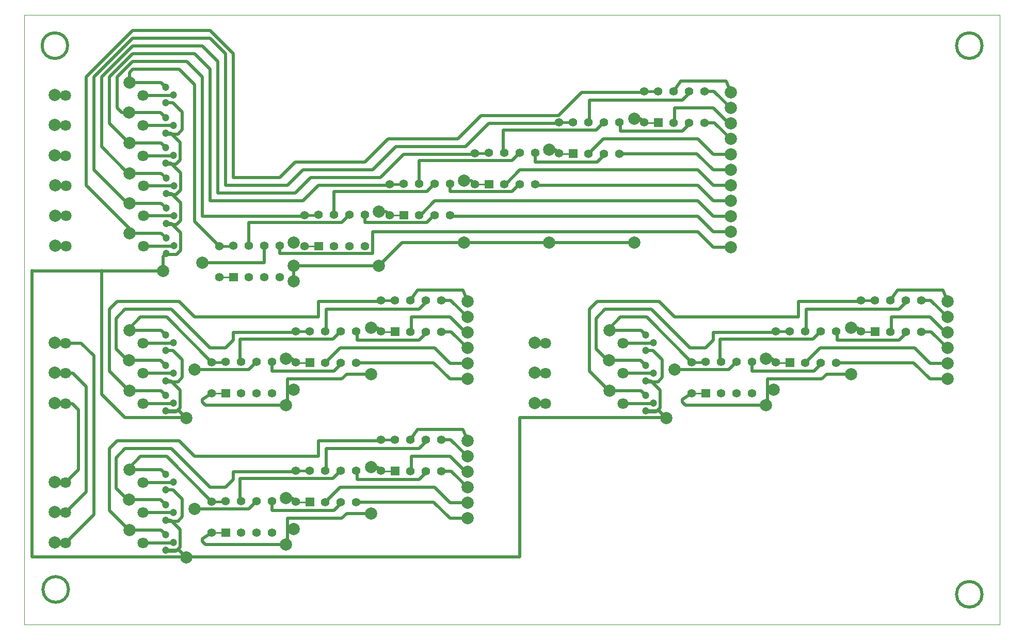
<source format=gbr>
%FSLAX34Y34*%
%MOMM*%
%LNSILK_TOP*%
G71*
G01*
%ADD10C, 0.00*%
%ADD11C, 1.80*%
%ADD12C, 1.20*%
%ADD13C, 0.50*%
%ADD14C, 2.00*%
%ADD15C, 1.40*%
%ADD16C, 0.25*%
%ADD17C, 0.40*%
%LPD*%
G54D10*
X0Y0D02*
X1600000Y0D01*
X1600000Y-1000000D01*
X0Y-1000000D01*
X0Y0D01*
X194865Y-131366D02*
G54D11*
D03*
X67865Y-131366D02*
G54D11*
D03*
X231923Y-118230D02*
G54D12*
D03*
X244623Y-130930D02*
G54D12*
D03*
X231923Y-143630D02*
G54D12*
D03*
G54D13*
X194865Y-131366D02*
X244187Y-131366D01*
X244623Y-130930D01*
G54D13*
X235098Y-143630D02*
X243642Y-143630D01*
X259159Y-159147D01*
X259159Y-187722D01*
X252016Y-194866D01*
X235137Y-194866D01*
X233510Y-193239D01*
X172162Y-110413D02*
G54D14*
D03*
G54D13*
X172162Y-110413D02*
X224106Y-110413D01*
X231923Y-118230D01*
X49925Y-130654D02*
G54D14*
D03*
X194468Y-180975D02*
G54D11*
D03*
X67468Y-180975D02*
G54D11*
D03*
X231526Y-167839D02*
G54D12*
D03*
X244226Y-180539D02*
G54D12*
D03*
X231526Y-193239D02*
G54D12*
D03*
G54D13*
X194468Y-180975D02*
X243790Y-180975D01*
X244226Y-180539D01*
G54D13*
X231526Y-193239D02*
X240070Y-193239D01*
X255588Y-208756D01*
X255588Y-237331D01*
X248444Y-244475D01*
X231565Y-244475D01*
X229938Y-242848D01*
X171766Y-160022D02*
G54D14*
D03*
G54D13*
X171766Y-160022D02*
X223709Y-160022D01*
X231526Y-167839D01*
X49528Y-180263D02*
G54D14*
D03*
X194865Y-230584D02*
G54D11*
D03*
X67865Y-230584D02*
G54D11*
D03*
X231923Y-217448D02*
G54D12*
D03*
X244623Y-230148D02*
G54D12*
D03*
X231923Y-242848D02*
G54D12*
D03*
G54D13*
X194865Y-230584D02*
X244187Y-230584D01*
X244623Y-230148D01*
G54D13*
X231923Y-242848D02*
X240467Y-242848D01*
X255984Y-258366D01*
X255984Y-286941D01*
X248841Y-294084D01*
X231962Y-294084D01*
X230335Y-292458D01*
X172162Y-209632D02*
G54D14*
D03*
G54D13*
X172162Y-209632D02*
X224106Y-209632D01*
X231923Y-217448D01*
X49925Y-229872D02*
G54D14*
D03*
X195262Y-280194D02*
G54D11*
D03*
X68262Y-280194D02*
G54D11*
D03*
X232320Y-267058D02*
G54D12*
D03*
X245020Y-279758D02*
G54D12*
D03*
X232320Y-292458D02*
G54D12*
D03*
G54D13*
X195262Y-280194D02*
X244584Y-280194D01*
X245020Y-279758D01*
G54D13*
X232320Y-292458D02*
X240864Y-292458D01*
X256381Y-307975D01*
X256381Y-336550D01*
X249238Y-343694D01*
X232359Y-343694D01*
X230732Y-342067D01*
X172559Y-259241D02*
G54D14*
D03*
G54D13*
X172559Y-259241D02*
X224503Y-259241D01*
X232320Y-267058D01*
X50322Y-279482D02*
G54D14*
D03*
X195262Y-329406D02*
G54D11*
D03*
X68262Y-329406D02*
G54D11*
D03*
X232320Y-316270D02*
G54D12*
D03*
X245020Y-328970D02*
G54D12*
D03*
X232320Y-341670D02*
G54D12*
D03*
G54D13*
X195262Y-329406D02*
X244584Y-329406D01*
X245020Y-328970D01*
G54D13*
X232320Y-341670D02*
X240864Y-341670D01*
X256381Y-357188D01*
X256381Y-385762D01*
X249238Y-392906D01*
X232359Y-392906D01*
X230732Y-391280D01*
X172559Y-308454D02*
G54D14*
D03*
G54D13*
X172559Y-308454D02*
X224503Y-308454D01*
X232320Y-316270D01*
X50322Y-328694D02*
G54D14*
D03*
X195262Y-378619D02*
G54D11*
D03*
X68262Y-378619D02*
G54D11*
D03*
X232320Y-365483D02*
G54D12*
D03*
X245020Y-378183D02*
G54D12*
D03*
X232320Y-390883D02*
G54D12*
D03*
G54D13*
X195262Y-378619D02*
X244584Y-378619D01*
X245020Y-378183D01*
X172559Y-357666D02*
G54D14*
D03*
G54D13*
X172559Y-357666D02*
X224503Y-357666D01*
X232320Y-365483D01*
X50322Y-377907D02*
G54D14*
D03*
X227374Y-419636D02*
G54D14*
D03*
G54D13*
X227374Y-419636D02*
X227374Y-395829D01*
X232320Y-390883D01*
X1158875Y-127000D02*
G54D14*
D03*
X1158875Y-152400D02*
G54D14*
D03*
X1158875Y-177800D02*
G54D14*
D03*
X1158875Y-203200D02*
G54D14*
D03*
X1158875Y-228600D02*
G54D14*
D03*
X1158875Y-254000D02*
G54D14*
D03*
X1158875Y-279400D02*
G54D14*
D03*
G54D13*
G75*
G01X71000Y-50000D02*
G03X71000Y-50000I-21000J0D01*
G01*
G54D13*
G75*
G01X1571000Y-50000D02*
G03X1571000Y-50000I-21000J0D01*
G01*
G54D13*
G75*
G01X1571000Y-950000D02*
G03X1571000Y-950000I-21000J0D01*
G01*
G54D13*
G75*
G01X72400Y-942062D02*
G03X72400Y-942062I-21000J0D01*
G01*
G36*
X1032844Y-169248D02*
X1046844Y-169248D01*
X1046844Y-183248D01*
X1032844Y-183248D01*
X1032844Y-169248D01*
G37*
X1065244Y-176247D02*
G54D15*
D03*
X1090644Y-176247D02*
G54D15*
D03*
X1116044Y-176247D02*
G54D15*
D03*
X1116044Y-124654D02*
G54D15*
D03*
X1090644Y-124654D02*
G54D15*
D03*
X1065244Y-124654D02*
G54D15*
D03*
X1039844Y-124653D02*
G54D15*
D03*
X1016723Y-125283D02*
G54D15*
D03*
X1016724Y-176083D02*
G54D15*
D03*
G54D16*
X1039844Y-176260D02*
X1016825Y-176260D01*
G54D17*
X1042123Y-125283D02*
X1016723Y-125283D01*
G54D13*
X1065212Y-125412D02*
X1076325Y-107950D01*
X1150938Y-107950D01*
X1158875Y-127000D01*
G54D13*
X1116044Y-124654D02*
X1131128Y-124654D01*
X1158875Y-152400D01*
G54D13*
X1066800Y-177800D02*
X1066800Y-152400D01*
X1130300Y-152400D01*
X1155700Y-177800D01*
G54D13*
X1116044Y-176247D02*
X1131922Y-176247D01*
X1158875Y-203200D01*
G54D13*
X1092200Y-127000D02*
X1079500Y-139700D01*
X927100Y-139700D01*
X927100Y-177800D01*
G54D13*
X1092200Y-177800D02*
X1092200Y-177800D01*
X1079500Y-190500D01*
X977900Y-190500D01*
X977900Y-177800D01*
G36*
X893144Y-220048D02*
X907144Y-220048D01*
X907144Y-234048D01*
X893144Y-234048D01*
X893144Y-220048D01*
G37*
X925544Y-227047D02*
G54D15*
D03*
X950944Y-227047D02*
G54D15*
D03*
X976344Y-227047D02*
G54D15*
D03*
X976344Y-175454D02*
G54D15*
D03*
X950944Y-175454D02*
G54D15*
D03*
X925544Y-175454D02*
G54D15*
D03*
X900144Y-175453D02*
G54D15*
D03*
X877023Y-176083D02*
G54D15*
D03*
X877024Y-226883D02*
G54D15*
D03*
G54D16*
X900144Y-227060D02*
X877125Y-227060D01*
G54D17*
X902423Y-176083D02*
X877023Y-176083D01*
G54D13*
X1158875Y-228600D02*
X1130300Y-228600D01*
X1104900Y-203200D01*
X949391Y-203200D01*
X925544Y-227047D01*
G54D13*
X976344Y-227047D02*
X1103347Y-227047D01*
X1130300Y-254000D01*
X1158875Y-254000D01*
X1158875Y-304800D02*
G54D14*
D03*
X1158875Y-330200D02*
G54D14*
D03*
X1158875Y-355600D02*
G54D14*
D03*
G36*
X755000Y-270244D02*
X769000Y-270244D01*
X769000Y-284244D01*
X755000Y-284244D01*
X755000Y-270244D01*
G37*
X787400Y-277244D02*
G54D15*
D03*
X812800Y-277244D02*
G54D15*
D03*
X838200Y-277244D02*
G54D15*
D03*
X838200Y-225650D02*
G54D15*
D03*
X812800Y-225650D02*
G54D15*
D03*
X787400Y-225650D02*
G54D15*
D03*
X762000Y-225650D02*
G54D15*
D03*
X738879Y-226279D02*
G54D15*
D03*
X738879Y-277079D02*
G54D15*
D03*
G54D16*
X762000Y-277256D02*
X738981Y-277256D01*
G54D17*
X764279Y-226279D02*
X738879Y-226279D01*
G54D13*
X952500Y-228600D02*
X952500Y-228600D01*
X939800Y-241300D01*
X838200Y-241300D01*
X838200Y-228600D01*
G54D13*
X950944Y-175454D02*
X938244Y-188154D01*
X785844Y-188154D01*
X785844Y-226254D01*
G54D13*
X787400Y-277244D02*
X789556Y-277244D01*
X812800Y-254000D01*
X1104900Y-254000D01*
X1130300Y-279400D01*
X1158875Y-279400D01*
G54D13*
X1158875Y-304800D02*
X1130300Y-304800D01*
X1104900Y-279400D01*
X840356Y-279400D01*
X838200Y-277244D01*
G54D13*
X812800Y-225650D02*
X800100Y-238350D01*
X647700Y-238350D01*
X647700Y-276450D01*
X1158875Y-381000D02*
G54D14*
D03*
G36*
X615300Y-321044D02*
X629300Y-321044D01*
X629300Y-335044D01*
X615300Y-335044D01*
X615300Y-321044D01*
G37*
X647700Y-328044D02*
G54D15*
D03*
X673100Y-328044D02*
G54D15*
D03*
X698500Y-328044D02*
G54D15*
D03*
X698500Y-276450D02*
G54D15*
D03*
X673100Y-276450D02*
G54D15*
D03*
X647700Y-276450D02*
G54D15*
D03*
X622300Y-276450D02*
G54D15*
D03*
X599179Y-277079D02*
G54D15*
D03*
X599179Y-327879D02*
G54D15*
D03*
G54D16*
X622300Y-328056D02*
X599281Y-328056D01*
G54D17*
X624579Y-277079D02*
X599179Y-277079D01*
G54D13*
X812800Y-276450D02*
X812800Y-276450D01*
X800100Y-289150D01*
X698500Y-289150D01*
X698500Y-276450D01*
G54D13*
X673100Y-276450D02*
X660400Y-289150D01*
X508000Y-289150D01*
X508000Y-327250D01*
G36*
X475600Y-371844D02*
X489600Y-371844D01*
X489600Y-385844D01*
X475600Y-385844D01*
X475600Y-371844D01*
G37*
X508000Y-378844D02*
G54D15*
D03*
X533400Y-378844D02*
G54D15*
D03*
X558800Y-378844D02*
G54D15*
D03*
X558800Y-327250D02*
G54D15*
D03*
X533400Y-327250D02*
G54D15*
D03*
X508000Y-327250D02*
G54D15*
D03*
X482600Y-327250D02*
G54D15*
D03*
X459479Y-327879D02*
G54D15*
D03*
X459479Y-378679D02*
G54D15*
D03*
G54D16*
X482600Y-378856D02*
X459581Y-378856D01*
G54D17*
X484879Y-327879D02*
X459479Y-327879D01*
G54D13*
X673100Y-327250D02*
X673100Y-327250D01*
X660400Y-339950D01*
X558800Y-339950D01*
X558800Y-327250D01*
G36*
X335900Y-422644D02*
X349900Y-422644D01*
X349900Y-436644D01*
X335900Y-436644D01*
X335900Y-422644D01*
G37*
X368300Y-429644D02*
G54D15*
D03*
X393700Y-429644D02*
G54D15*
D03*
X419100Y-429644D02*
G54D15*
D03*
X419100Y-378050D02*
G54D15*
D03*
X393700Y-378050D02*
G54D15*
D03*
X368300Y-378050D02*
G54D15*
D03*
X342900Y-378050D02*
G54D15*
D03*
X319779Y-378679D02*
G54D15*
D03*
X319779Y-429479D02*
G54D15*
D03*
G54D16*
X342900Y-429656D02*
X319881Y-429656D01*
G54D17*
X345179Y-378679D02*
X319779Y-378679D01*
G54D13*
X533400Y-327250D02*
X520700Y-339950D01*
X368300Y-339950D01*
X368300Y-378050D01*
G54D13*
X571500Y-381000D02*
X571500Y-390750D01*
X419100Y-390750D01*
X419100Y-378050D01*
G54D13*
X647700Y-328044D02*
X649856Y-328044D01*
X673100Y-304800D01*
X1104900Y-304800D01*
X1130300Y-330200D01*
X1158875Y-330200D01*
G54D13*
X1158875Y-355600D02*
X1130300Y-355600D01*
X1104900Y-330200D01*
X700656Y-330200D01*
X698500Y-328044D01*
G54D13*
X393700Y-378050D02*
X393700Y-406400D01*
X292100Y-406400D01*
G54D13*
X571500Y-381000D02*
X571500Y-355600D01*
X1104900Y-355600D01*
X1130300Y-381000D01*
X1155700Y-381000D01*
X292100Y-406400D02*
G54D14*
D03*
X1000125Y-169862D02*
G54D14*
D03*
X860425Y-220662D02*
G54D14*
D03*
X720725Y-271462D02*
G54D14*
D03*
X581025Y-322262D02*
G54D14*
D03*
X441325Y-373062D02*
G54D14*
D03*
X441325Y-411162D02*
G54D14*
D03*
X581025Y-411162D02*
G54D14*
D03*
X720725Y-373062D02*
G54D14*
D03*
X860425Y-373062D02*
G54D14*
D03*
X1000125Y-373062D02*
G54D14*
D03*
G54D13*
X1000125Y-373062D02*
X720725Y-373062D01*
X619125Y-373062D01*
X581025Y-411162D01*
X441325Y-411162D01*
X441325Y-436562D02*
G54D14*
D03*
G54D13*
X172162Y-110413D02*
X172162Y-94538D01*
X177800Y-88900D01*
X254000Y-88900D01*
X279400Y-114300D01*
X279400Y-338300D01*
X319779Y-378679D01*
G54D13*
X171766Y-160022D02*
X160022Y-160022D01*
X152400Y-152400D01*
X152400Y-101600D01*
X177800Y-76200D01*
X266700Y-76200D01*
X292100Y-101600D01*
X292100Y-330200D01*
X457158Y-330200D01*
X459479Y-327879D01*
G54D13*
X172162Y-209632D02*
X171532Y-209632D01*
X139700Y-177800D01*
X139700Y-101600D01*
X177800Y-63500D01*
X279400Y-63500D01*
X304800Y-88900D01*
X304800Y-304800D01*
X457200Y-304800D01*
X482600Y-279400D01*
X596858Y-279400D01*
X599179Y-277079D01*
G54D13*
X172559Y-259241D02*
X170341Y-259241D01*
X127000Y-215900D01*
X127000Y-101600D01*
X177800Y-50800D01*
X292100Y-50800D01*
X317500Y-76200D01*
X317500Y-292100D01*
X444500Y-292100D01*
X469900Y-266700D01*
X584200Y-266700D01*
X622300Y-228600D01*
X736558Y-228600D01*
X738879Y-226279D01*
G54D13*
X172559Y-308454D02*
X168754Y-308454D01*
X114300Y-254000D01*
X114300Y-101600D01*
X177800Y-38100D01*
X304800Y-38100D01*
X330200Y-63500D01*
X330200Y-279400D01*
X431800Y-279400D01*
X457200Y-254000D01*
X571500Y-254000D01*
X609600Y-215900D01*
X723900Y-215900D01*
X762000Y-177800D01*
X875306Y-177800D01*
X877023Y-176083D01*
G54D13*
X172559Y-357666D02*
X172559Y-350359D01*
X101600Y-279400D01*
X101600Y-101600D01*
X177800Y-25400D01*
X304800Y-25400D01*
X342900Y-63500D01*
X342900Y-266700D01*
X419100Y-266700D01*
X444500Y-241300D01*
X558800Y-241300D01*
X596900Y-203200D01*
X711200Y-203200D01*
X749300Y-165100D01*
X876300Y-165100D01*
X914400Y-127000D01*
X1015006Y-127000D01*
X1016723Y-125283D01*
G54D13*
X441325Y-411162D02*
X441325Y-436562D01*
G54D13*
X860425Y-220662D02*
X870803Y-220662D01*
X877024Y-226883D01*
G54D13*
X1000125Y-169862D02*
X1010503Y-169862D01*
X1016724Y-176083D01*
G54D13*
X720725Y-271462D02*
X733263Y-271462D01*
X738879Y-277079D01*
G54D13*
X581025Y-322262D02*
X593563Y-322262D01*
X599179Y-327879D01*
X194865Y-537766D02*
G54D11*
D03*
X67865Y-537766D02*
G54D11*
D03*
X231923Y-524630D02*
G54D12*
D03*
X244623Y-537330D02*
G54D12*
D03*
X231923Y-550030D02*
G54D12*
D03*
G54D13*
X194865Y-537766D02*
X244187Y-537766D01*
X244623Y-537330D01*
G54D13*
X235098Y-550030D02*
X243642Y-550030D01*
X259159Y-565547D01*
X259159Y-594122D01*
X252016Y-601266D01*
X235137Y-601266D01*
X233510Y-599639D01*
X172162Y-516813D02*
G54D14*
D03*
G54D13*
X172162Y-516813D02*
X224106Y-516813D01*
X231923Y-524630D01*
X49925Y-537054D02*
G54D14*
D03*
X194468Y-587375D02*
G54D11*
D03*
X67468Y-587375D02*
G54D11*
D03*
X231526Y-574239D02*
G54D12*
D03*
X244226Y-586939D02*
G54D12*
D03*
X231526Y-599639D02*
G54D12*
D03*
G54D13*
X194468Y-587375D02*
X243790Y-587375D01*
X244226Y-586939D01*
G54D13*
X231526Y-599639D02*
X240070Y-599639D01*
X255588Y-615156D01*
X255588Y-643731D01*
X248444Y-650875D01*
X231565Y-650875D01*
X229938Y-649248D01*
X171766Y-566422D02*
G54D14*
D03*
G54D13*
X171766Y-566422D02*
X223709Y-566422D01*
X231526Y-574239D01*
X49528Y-586663D02*
G54D14*
D03*
X194865Y-636984D02*
G54D11*
D03*
X67865Y-636984D02*
G54D11*
D03*
X231923Y-623848D02*
G54D12*
D03*
X244623Y-636548D02*
G54D12*
D03*
X231923Y-649248D02*
G54D12*
D03*
G54D13*
X194865Y-636984D02*
X244187Y-636984D01*
X244623Y-636548D01*
X172162Y-616032D02*
G54D14*
D03*
G54D13*
X172162Y-616032D02*
X224106Y-616032D01*
X231923Y-623848D01*
X49925Y-636272D02*
G54D14*
D03*
X727075Y-469900D02*
G54D14*
D03*
X727075Y-495300D02*
G54D14*
D03*
X727075Y-520700D02*
G54D14*
D03*
X727075Y-546100D02*
G54D14*
D03*
X727075Y-571500D02*
G54D14*
D03*
X727075Y-596900D02*
G54D14*
D03*
G36*
X601044Y-512148D02*
X615044Y-512148D01*
X615044Y-526148D01*
X601044Y-526148D01*
X601044Y-512148D01*
G37*
X633444Y-519147D02*
G54D15*
D03*
X658844Y-519147D02*
G54D15*
D03*
X684244Y-519147D02*
G54D15*
D03*
X684244Y-467554D02*
G54D15*
D03*
X658844Y-467554D02*
G54D15*
D03*
X633444Y-467554D02*
G54D15*
D03*
X608044Y-467553D02*
G54D15*
D03*
X584923Y-468183D02*
G54D15*
D03*
X584923Y-518983D02*
G54D15*
D03*
G54D16*
X608044Y-519160D02*
X585025Y-519160D01*
G54D17*
X610323Y-468183D02*
X584923Y-468183D01*
G54D13*
X633412Y-468312D02*
X644525Y-450850D01*
X719138Y-450850D01*
X727075Y-469900D01*
G54D13*
X684244Y-467554D02*
X699328Y-467554D01*
X727075Y-495300D01*
G54D13*
X635000Y-520700D02*
X635000Y-495300D01*
X698500Y-495300D01*
X723900Y-520700D01*
G54D13*
X684244Y-519147D02*
X700122Y-519147D01*
X727075Y-546100D01*
G54D13*
X660400Y-469900D02*
X647700Y-482600D01*
X495300Y-482600D01*
X495300Y-520700D01*
G54D13*
X660400Y-520700D02*
X660400Y-520700D01*
X647700Y-533400D01*
X546100Y-533400D01*
X546100Y-520700D01*
G36*
X461344Y-562948D02*
X475344Y-562948D01*
X475344Y-576948D01*
X461344Y-576948D01*
X461344Y-562948D01*
G37*
X493744Y-569947D02*
G54D15*
D03*
X519144Y-569947D02*
G54D15*
D03*
X544544Y-569947D02*
G54D15*
D03*
X544544Y-518354D02*
G54D15*
D03*
X519144Y-518354D02*
G54D15*
D03*
X493744Y-518354D02*
G54D15*
D03*
X468344Y-518353D02*
G54D15*
D03*
X445223Y-518983D02*
G54D15*
D03*
X445224Y-569783D02*
G54D15*
D03*
G54D16*
X468344Y-569960D02*
X445325Y-569960D01*
G54D17*
X470623Y-518983D02*
X445223Y-518983D01*
G54D13*
X727075Y-571500D02*
X698500Y-571500D01*
X673100Y-546100D01*
X517591Y-546100D01*
X493744Y-569947D01*
G54D13*
X544544Y-569947D02*
X671547Y-569947D01*
X698500Y-596900D01*
X727075Y-596900D01*
G36*
X323200Y-613144D02*
X337200Y-613144D01*
X337200Y-627144D01*
X323200Y-627144D01*
X323200Y-613144D01*
G37*
X355600Y-620144D02*
G54D15*
D03*
X381000Y-620144D02*
G54D15*
D03*
X406400Y-620144D02*
G54D15*
D03*
X406400Y-568550D02*
G54D15*
D03*
X381000Y-568550D02*
G54D15*
D03*
X355600Y-568550D02*
G54D15*
D03*
X330200Y-568550D02*
G54D15*
D03*
X307079Y-569179D02*
G54D15*
D03*
X307079Y-619979D02*
G54D15*
D03*
G54D16*
X330200Y-620156D02*
X307181Y-620156D01*
G54D17*
X332479Y-569179D02*
X307079Y-569179D01*
G54D13*
X520700Y-571500D02*
X520700Y-571500D01*
X508000Y-584200D01*
X406400Y-584200D01*
X406400Y-571500D01*
G54D13*
X519144Y-518354D02*
X506444Y-531054D01*
X354044Y-531054D01*
X354044Y-569154D01*
G54D13*
X381000Y-568550D02*
X368300Y-581250D01*
X279400Y-581250D01*
X279400Y-581250D02*
G54D14*
D03*
X568325Y-512762D02*
G54D14*
D03*
X428625Y-563562D02*
G54D14*
D03*
X441325Y-614362D02*
G54D14*
D03*
X428625Y-639762D02*
G54D14*
D03*
X568325Y-588962D02*
G54D14*
D03*
G54D13*
X428625Y-563562D02*
X439003Y-563562D01*
X445224Y-569783D01*
G54D13*
X568325Y-512762D02*
X578703Y-512762D01*
X584923Y-518983D01*
G54D13*
X428625Y-639762D02*
X296862Y-639762D01*
X292100Y-635000D01*
X292100Y-630238D01*
X307079Y-619979D01*
G54D13*
X568325Y-588962D02*
X528638Y-588962D01*
X520700Y-596900D01*
X431800Y-596900D01*
X431800Y-636588D01*
X428625Y-639762D01*
G54D13*
X172162Y-516813D02*
X172162Y-513638D01*
X190500Y-495300D01*
X233200Y-495300D01*
X307079Y-569179D01*
G54D13*
X171766Y-566422D02*
X169522Y-566422D01*
X150365Y-547266D01*
X150365Y-497335D01*
X165100Y-482600D01*
X241300Y-482600D01*
X304800Y-546100D01*
X330200Y-546100D01*
X342900Y-533400D01*
X342900Y-520700D01*
X443506Y-520700D01*
X445223Y-518983D01*
G54D13*
X177800Y-622300D02*
X139700Y-584200D01*
X139700Y-482600D01*
X152400Y-469900D01*
X254000Y-469900D01*
X279400Y-495300D01*
X482600Y-495300D01*
X482600Y-469900D01*
X584200Y-469900D01*
X982265Y-537766D02*
G54D11*
D03*
X855265Y-537766D02*
G54D11*
D03*
X1019323Y-524630D02*
G54D12*
D03*
X1032023Y-537330D02*
G54D12*
D03*
X1019323Y-550030D02*
G54D12*
D03*
G54D13*
X982265Y-537766D02*
X1031587Y-537766D01*
X1032023Y-537330D01*
G54D13*
X1022498Y-550030D02*
X1031042Y-550030D01*
X1046559Y-565547D01*
X1046559Y-594122D01*
X1039416Y-601266D01*
X1022537Y-601266D01*
X1020910Y-599639D01*
X959562Y-516813D02*
G54D14*
D03*
G54D13*
X959562Y-516813D02*
X1011506Y-516813D01*
X1019323Y-524630D01*
X837325Y-537054D02*
G54D14*
D03*
X981868Y-587375D02*
G54D11*
D03*
X854868Y-587375D02*
G54D11*
D03*
X1018926Y-574239D02*
G54D12*
D03*
X1031626Y-586939D02*
G54D12*
D03*
X1018926Y-599639D02*
G54D12*
D03*
G54D13*
X981868Y-587375D02*
X1031190Y-587375D01*
X1031626Y-586939D01*
G54D13*
X1018926Y-599639D02*
X1027470Y-599639D01*
X1042988Y-615156D01*
X1042988Y-643731D01*
X1035844Y-650875D01*
X1018965Y-650875D01*
X1017338Y-649248D01*
X959166Y-566422D02*
G54D14*
D03*
G54D13*
X959166Y-566422D02*
X1011109Y-566422D01*
X1018926Y-574239D01*
X836928Y-586663D02*
G54D14*
D03*
X982265Y-636984D02*
G54D11*
D03*
X855265Y-636984D02*
G54D11*
D03*
X1019323Y-623848D02*
G54D12*
D03*
X1032023Y-636548D02*
G54D12*
D03*
X1019323Y-649248D02*
G54D12*
D03*
G54D13*
X982265Y-636984D02*
X1031587Y-636984D01*
X1032023Y-636548D01*
X959562Y-616032D02*
G54D14*
D03*
G54D13*
X959562Y-616032D02*
X1011506Y-616032D01*
X1019323Y-623848D01*
X837325Y-636272D02*
G54D14*
D03*
X1514475Y-469900D02*
G54D14*
D03*
X1514475Y-495300D02*
G54D14*
D03*
X1514475Y-520700D02*
G54D14*
D03*
X1514475Y-546100D02*
G54D14*
D03*
X1514475Y-571500D02*
G54D14*
D03*
X1514475Y-596900D02*
G54D14*
D03*
G36*
X1388444Y-512148D02*
X1402444Y-512148D01*
X1402444Y-526148D01*
X1388444Y-526148D01*
X1388444Y-512148D01*
G37*
X1420844Y-519147D02*
G54D15*
D03*
X1446244Y-519147D02*
G54D15*
D03*
X1471644Y-519147D02*
G54D15*
D03*
X1471644Y-467554D02*
G54D15*
D03*
X1446244Y-467554D02*
G54D15*
D03*
X1420844Y-467554D02*
G54D15*
D03*
X1395444Y-467553D02*
G54D15*
D03*
X1372323Y-468183D02*
G54D15*
D03*
X1372323Y-518983D02*
G54D15*
D03*
G54D16*
X1395444Y-519160D02*
X1372425Y-519160D01*
G54D17*
X1397723Y-468183D02*
X1372323Y-468183D01*
G54D13*
X1420812Y-468312D02*
X1431925Y-450850D01*
X1506538Y-450850D01*
X1514475Y-469900D01*
G54D13*
X1471644Y-467554D02*
X1486728Y-467554D01*
X1514475Y-495300D01*
G54D13*
X1422400Y-520700D02*
X1422400Y-495300D01*
X1485900Y-495300D01*
X1511300Y-520700D01*
G54D13*
X1471644Y-519147D02*
X1487522Y-519147D01*
X1514475Y-546100D01*
G54D13*
X1447800Y-469900D02*
X1435100Y-482600D01*
X1282700Y-482600D01*
X1282700Y-520700D01*
G54D13*
X1447800Y-520700D02*
X1447800Y-520700D01*
X1435100Y-533400D01*
X1333500Y-533400D01*
X1333500Y-520700D01*
G36*
X1248744Y-562948D02*
X1262744Y-562948D01*
X1262744Y-576948D01*
X1248744Y-576948D01*
X1248744Y-562948D01*
G37*
X1281144Y-569947D02*
G54D15*
D03*
X1306544Y-569947D02*
G54D15*
D03*
X1331944Y-569947D02*
G54D15*
D03*
X1331944Y-518354D02*
G54D15*
D03*
X1306544Y-518354D02*
G54D15*
D03*
X1281144Y-518354D02*
G54D15*
D03*
X1255744Y-518353D02*
G54D15*
D03*
X1232623Y-518983D02*
G54D15*
D03*
X1232624Y-569783D02*
G54D15*
D03*
G54D16*
X1255744Y-569960D02*
X1232725Y-569960D01*
G54D17*
X1258023Y-518983D02*
X1232623Y-518983D01*
G54D13*
X1514475Y-571500D02*
X1485900Y-571500D01*
X1460500Y-546100D01*
X1304991Y-546100D01*
X1281144Y-569947D01*
G54D13*
X1331944Y-569947D02*
X1458947Y-569947D01*
X1485900Y-596900D01*
X1514475Y-596900D01*
G36*
X1110600Y-613144D02*
X1124600Y-613144D01*
X1124600Y-627144D01*
X1110600Y-627144D01*
X1110600Y-613144D01*
G37*
X1143000Y-620144D02*
G54D15*
D03*
X1168400Y-620144D02*
G54D15*
D03*
X1193800Y-620144D02*
G54D15*
D03*
X1193800Y-568550D02*
G54D15*
D03*
X1168400Y-568550D02*
G54D15*
D03*
X1143000Y-568550D02*
G54D15*
D03*
X1117600Y-568550D02*
G54D15*
D03*
X1094479Y-569179D02*
G54D15*
D03*
X1094479Y-619979D02*
G54D15*
D03*
G54D16*
X1117600Y-620156D02*
X1094581Y-620156D01*
G54D17*
X1119879Y-569179D02*
X1094479Y-569179D01*
G54D13*
X1308100Y-571500D02*
X1308100Y-571500D01*
X1295400Y-584200D01*
X1193800Y-584200D01*
X1193800Y-571500D01*
G54D13*
X1306544Y-518354D02*
X1293844Y-531054D01*
X1141444Y-531054D01*
X1141444Y-569154D01*
G54D13*
X1168400Y-568550D02*
X1155700Y-581250D01*
X1066800Y-581250D01*
X1066800Y-581250D02*
G54D14*
D03*
X1355725Y-512762D02*
G54D14*
D03*
X1216025Y-563562D02*
G54D14*
D03*
X1228725Y-614363D02*
G54D14*
D03*
X1216025Y-639762D02*
G54D14*
D03*
X1355725Y-588962D02*
G54D14*
D03*
G54D13*
X1216025Y-563562D02*
X1226403Y-563562D01*
X1232624Y-569783D01*
G54D13*
X1355725Y-512762D02*
X1366103Y-512762D01*
X1372323Y-518983D01*
G54D13*
X1216025Y-639762D02*
X1084262Y-639762D01*
X1079500Y-635000D01*
X1079500Y-630238D01*
X1094479Y-619979D01*
G54D13*
X1355725Y-588962D02*
X1316038Y-588962D01*
X1308100Y-596900D01*
X1219200Y-596900D01*
X1219200Y-636588D01*
X1216025Y-639762D01*
G54D13*
X959562Y-516813D02*
X959562Y-513638D01*
X977900Y-495300D01*
X1020600Y-495300D01*
X1094479Y-569179D01*
G54D13*
X959166Y-566422D02*
X956922Y-566422D01*
X937765Y-547266D01*
X937765Y-497335D01*
X952500Y-482600D01*
X1028700Y-482600D01*
X1092200Y-546100D01*
X1117600Y-546100D01*
X1130300Y-533400D01*
X1130300Y-520700D01*
X1230906Y-520700D01*
X1232623Y-518983D01*
G54D13*
X965200Y-622300D02*
X927100Y-584200D01*
X927100Y-482600D01*
X939800Y-469900D01*
X1041400Y-469900D01*
X1066800Y-495300D01*
X1270000Y-495300D01*
X1270000Y-469900D01*
X1371600Y-469900D01*
X194865Y-766366D02*
G54D11*
D03*
X67865Y-766366D02*
G54D11*
D03*
X231923Y-753230D02*
G54D12*
D03*
X244623Y-765930D02*
G54D12*
D03*
X231923Y-778630D02*
G54D12*
D03*
G54D13*
X194865Y-766366D02*
X244187Y-766366D01*
X244623Y-765930D01*
G54D13*
X235098Y-778630D02*
X243642Y-778630D01*
X259159Y-794147D01*
X259159Y-822722D01*
X252016Y-829866D01*
X235137Y-829866D01*
X233510Y-828239D01*
X172162Y-745413D02*
G54D14*
D03*
G54D13*
X172162Y-745413D02*
X224106Y-745413D01*
X231923Y-753230D01*
X49925Y-765654D02*
G54D14*
D03*
X194468Y-815975D02*
G54D11*
D03*
X67468Y-815975D02*
G54D11*
D03*
X231526Y-802839D02*
G54D12*
D03*
X244226Y-815539D02*
G54D12*
D03*
X231526Y-828239D02*
G54D12*
D03*
G54D13*
X194468Y-815975D02*
X243790Y-815975D01*
X244226Y-815539D01*
G54D13*
X231526Y-828239D02*
X240070Y-828239D01*
X255587Y-843756D01*
X255587Y-872331D01*
X248444Y-879475D01*
X231565Y-879475D01*
X229938Y-877848D01*
X171766Y-795022D02*
G54D14*
D03*
G54D13*
X171766Y-795022D02*
X223709Y-795022D01*
X231526Y-802839D01*
X49528Y-815263D02*
G54D14*
D03*
X194865Y-865584D02*
G54D11*
D03*
X67865Y-865584D02*
G54D11*
D03*
X231923Y-852448D02*
G54D12*
D03*
X244623Y-865148D02*
G54D12*
D03*
X231923Y-877848D02*
G54D12*
D03*
G54D13*
X194865Y-865584D02*
X244187Y-865584D01*
X244623Y-865148D01*
X172162Y-844632D02*
G54D14*
D03*
G54D13*
X172162Y-844632D02*
X224106Y-844632D01*
X231923Y-852448D01*
X49925Y-864872D02*
G54D14*
D03*
X727075Y-698500D02*
G54D14*
D03*
X727075Y-723900D02*
G54D14*
D03*
X727075Y-749300D02*
G54D14*
D03*
X727075Y-774700D02*
G54D14*
D03*
X727075Y-800100D02*
G54D14*
D03*
X727075Y-825500D02*
G54D14*
D03*
G36*
X601044Y-740748D02*
X615044Y-740748D01*
X615044Y-754748D01*
X601044Y-754748D01*
X601044Y-740748D01*
G37*
X633444Y-747747D02*
G54D15*
D03*
X658844Y-747747D02*
G54D15*
D03*
X684244Y-747747D02*
G54D15*
D03*
X684244Y-696154D02*
G54D15*
D03*
X658844Y-696154D02*
G54D15*
D03*
X633444Y-696154D02*
G54D15*
D03*
X608044Y-696153D02*
G54D15*
D03*
X584923Y-696783D02*
G54D15*
D03*
X584923Y-747583D02*
G54D15*
D03*
G54D16*
X608044Y-747760D02*
X585025Y-747760D01*
G54D17*
X610323Y-696783D02*
X584923Y-696783D01*
G54D13*
X633412Y-696912D02*
X644525Y-679450D01*
X719138Y-679450D01*
X727075Y-698500D01*
G54D13*
X684244Y-696154D02*
X699328Y-696154D01*
X727075Y-723900D01*
G54D13*
X635000Y-749300D02*
X635000Y-723900D01*
X698500Y-723900D01*
X723900Y-749300D01*
G54D13*
X684244Y-747747D02*
X700122Y-747747D01*
X727075Y-774700D01*
G54D13*
X660400Y-698500D02*
X647700Y-711200D01*
X495300Y-711200D01*
X495300Y-749300D01*
G54D13*
X660400Y-749300D02*
X660400Y-749300D01*
X647700Y-762000D01*
X546100Y-762000D01*
X546100Y-749300D01*
G36*
X461344Y-791548D02*
X475344Y-791548D01*
X475344Y-805548D01*
X461344Y-805548D01*
X461344Y-791548D01*
G37*
X493744Y-798547D02*
G54D15*
D03*
X519144Y-798547D02*
G54D15*
D03*
X544544Y-798547D02*
G54D15*
D03*
X544544Y-746954D02*
G54D15*
D03*
X519144Y-746954D02*
G54D15*
D03*
X493744Y-746954D02*
G54D15*
D03*
X468344Y-746953D02*
G54D15*
D03*
X445223Y-747583D02*
G54D15*
D03*
X445224Y-798383D02*
G54D15*
D03*
G54D16*
X468344Y-798560D02*
X445325Y-798560D01*
G54D17*
X470623Y-747583D02*
X445223Y-747583D01*
G54D13*
X727075Y-800100D02*
X698500Y-800100D01*
X673100Y-774700D01*
X517591Y-774700D01*
X493744Y-798547D01*
G54D13*
X544544Y-798547D02*
X671547Y-798547D01*
X698500Y-825500D01*
X727075Y-825500D01*
G36*
X323200Y-841744D02*
X337200Y-841744D01*
X337200Y-855744D01*
X323200Y-855744D01*
X323200Y-841744D01*
G37*
X355600Y-848744D02*
G54D15*
D03*
X381000Y-848744D02*
G54D15*
D03*
X406400Y-848744D02*
G54D15*
D03*
X406400Y-797150D02*
G54D15*
D03*
X381000Y-797150D02*
G54D15*
D03*
X355600Y-797150D02*
G54D15*
D03*
X330200Y-797150D02*
G54D15*
D03*
X307079Y-797779D02*
G54D15*
D03*
X307079Y-848579D02*
G54D15*
D03*
G54D16*
X330200Y-848756D02*
X307181Y-848756D01*
G54D17*
X332479Y-797779D02*
X307079Y-797779D01*
G54D13*
X520700Y-800100D02*
X520700Y-800100D01*
X508000Y-812800D01*
X406400Y-812800D01*
X406400Y-800100D01*
G54D13*
X519144Y-746954D02*
X506444Y-759654D01*
X354044Y-759654D01*
X354044Y-797754D01*
G54D13*
X381000Y-797150D02*
X368300Y-809850D01*
X279400Y-809850D01*
X279400Y-809850D02*
G54D14*
D03*
X568325Y-741362D02*
G54D14*
D03*
X428625Y-792162D02*
G54D14*
D03*
X441325Y-842963D02*
G54D14*
D03*
X428625Y-868362D02*
G54D14*
D03*
X568325Y-817562D02*
G54D14*
D03*
G54D13*
X428625Y-792162D02*
X439003Y-792162D01*
X445224Y-798383D01*
G54D13*
X568325Y-741362D02*
X578703Y-741362D01*
X584923Y-747583D01*
G54D13*
X428625Y-868362D02*
X296862Y-868362D01*
X292100Y-863600D01*
X292100Y-858838D01*
X307079Y-848579D01*
G54D13*
X568325Y-817562D02*
X528638Y-817562D01*
X520700Y-825500D01*
X431800Y-825500D01*
X431800Y-865188D01*
X428625Y-868362D01*
G54D13*
X172162Y-745413D02*
X172162Y-742238D01*
X190500Y-723900D01*
X233200Y-723900D01*
X307079Y-797779D01*
G54D13*
X171766Y-795022D02*
X169522Y-795022D01*
X150365Y-775866D01*
X150365Y-725935D01*
X165100Y-711200D01*
X241300Y-711200D01*
X304800Y-774700D01*
X330200Y-774700D01*
X342900Y-762000D01*
X342900Y-749300D01*
X443506Y-749300D01*
X445223Y-747583D01*
G54D13*
X177800Y-850900D02*
X139700Y-812800D01*
X139700Y-711200D01*
X152400Y-698500D01*
X254000Y-698500D01*
X279400Y-723900D01*
X482600Y-723900D01*
X482600Y-698500D01*
X584200Y-698500D01*
X265474Y-660936D02*
G54D14*
D03*
X265474Y-889536D02*
G54D14*
D03*
X1052874Y-660936D02*
G54D14*
D03*
G54D13*
X1019323Y-649248D02*
X1041186Y-649248D01*
X1052874Y-660936D01*
G54D13*
X231923Y-649248D02*
X253786Y-649248D01*
X265474Y-660936D01*
G54D13*
X231923Y-877848D02*
X253786Y-877848D01*
X265474Y-889536D01*
G54D13*
X67865Y-636984D02*
X78184Y-636984D01*
X88900Y-647700D01*
X88900Y-745331D01*
X67865Y-766366D01*
G54D13*
X67468Y-587375D02*
X79375Y-587375D01*
X101600Y-609600D01*
X101600Y-781844D01*
X67468Y-815975D01*
G54D13*
X67865Y-537766D02*
X93266Y-537766D01*
X114300Y-558800D01*
X114300Y-819150D01*
X67865Y-865584D01*
G54D13*
X227374Y-419636D02*
X13236Y-419636D01*
X12700Y-419100D01*
X12700Y-889000D01*
X264938Y-889000D01*
X265474Y-889536D01*
G54D13*
X127000Y-419100D02*
X127000Y-622300D01*
X165100Y-660400D01*
X264938Y-660400D01*
X265474Y-660936D01*
G54D13*
X266700Y-889000D02*
X812800Y-889000D01*
X812800Y-660400D01*
X1054100Y-660400D01*
X1054100Y-660400D01*
M02*

</source>
